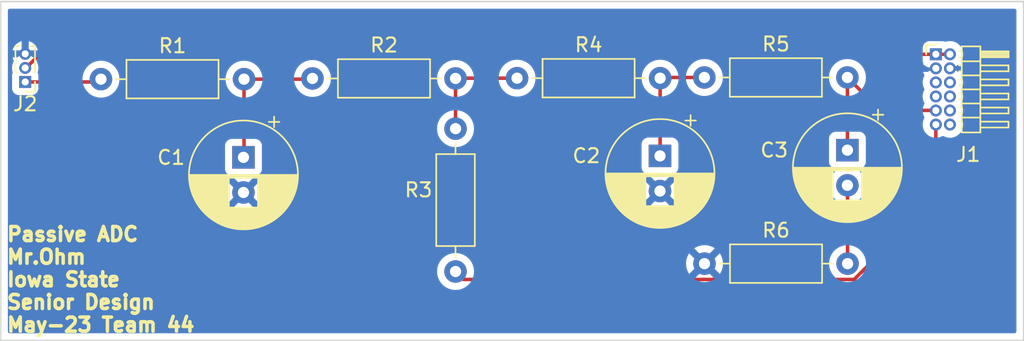
<source format=kicad_pcb>
(kicad_pcb (version 20211014) (generator pcbnew)
  (layers (0 "F.Cu" signal) (31 "B.Cu" signal) (34 "B.Paste" user) (35 "F.Paste" user) (36 "B.SilkS" user "B.Silkscreen") (37 "F.SilkS" user "F.Silkscreen") (38 "B.Mask" user) (39 "F.Mask" user) (44 "Edge.Cuts" user))
  (net 0 "")
  (net 1 "Net-(C1-Pad1)")
  (net 2 "GND")
  (net 3 "Net-(C2-Pad1)")
  (net 4 "/FPGA-OUT")
  (net 5 "Net-(C3-Pad2)")
  (net 6 "/3.3V")
  (net 12 "/FPGA-IN")
  (net 14 "/Sensor-IN")
  (net 15 "Net-(R2-Pad2)")
  (footprint "Capacitor_THT:CP_Radial_D7.5mm_P2.50mm" (layer "F.Cu") (at 151.66 76.808606 -90)
    (fp_text reference "C2" (at -0.008606 5.23 180) (layer "F.SilkS"))
    (fp_text value "470p")
    (fp_line (start 3.291 -3.249) (end 3.291 -1.04) (layer "F.SilkS") (width 0.12))
    (fp_line (start 3.131 -3.343) (end 3.131 -1.04) (layer "F.SilkS") (width 0.12))
    (fp_line (start 2.451 1.04) (end 2.451 3.64) (layer "F.SilkS") (width 0.12))
    (fp_line (start 2.491 1.04) (end 2.491 3.626) (layer "F.SilkS") (width 0.12))
    (fp_line (start 4.571 -1.949) (end 4.571 1.949) (layer "F.SilkS") (width 0.12))
    (fp_line (start 2.971 1.04) (end 2.971 3.427) (layer "F.SilkS") (width 0.12))
    (fp_line (start 2.251 -3.699) (end 2.251 -1.04) (layer "F.SilkS") (width 0.12))
    (fp_line (start 3.451 1.04) (end 3.451 3.144) (layer "F.SilkS") (width 0.12))
    (fp_line (start 5.011 -0.877) (end 5.011 0.877) (layer "F.SilkS") (width 0.12))
    (fp_line (start 4.651 -1.809) (end 4.651 1.809) (layer "F.SilkS") (width 0.12))
    (fp_line (start 3.291 1.04) (end 3.291 3.249) (layer "F.SilkS") (width 0.12))
    (fp_line (start 2.291 1.04) (end 2.291 3.688) (layer "F.SilkS") (width 0.12))
    (fp_line (start 2.771 -3.52) (end 2.771 -1.04) (layer "F.SilkS") (width 0.12))
    (fp_line (start 2.331 1.04) (end 2.331 3.677) (layer "F.SilkS") (width 0.12))
    (fp_line (start 2.651 1.04) (end 2.651 3.568) (layer "F.SilkS") (width 0.12))
    (fp_line (start 4.731 -1.654) (end 4.731 1.654) (layer "F.SilkS") (width 0.12))
    (fp_line (start 4.491 -2.077) (end 4.491 2.077) (layer "F.SilkS") (width 0.12))
    (fp_line (start 1.65 -3.81) (end 1.65 -1.04) (layer "F.SilkS") (width 0.12))
    (fp_line (start 1.49 -3.823) (end 1.49 -1.04) (layer "F.SilkS") (width 0.12))
    (fp_line (start 4.091 -2.589) (end 4.091 2.589) (layer "F.SilkS") (width 0.12))
    (fp_line (start 5.091 -0.441) (end 5.091 0.441) (layer "F.SilkS") (width 0.12))
    (fp_line (start 2.211 -3.71) (end 2.211 -1.04) (layer "F.SilkS") (width 0.12))
    (fp_line (start 1.37 -3.829) (end 1.37 3.829) (layer "F.SilkS") (width 0.12))
    (fp_line (start 2.051 1.04) (end 2.051 3.747) (layer "F.SilkS") (width 0.12))
    (fp_line (start 1.77 1.04) (end 1.77 3.795) (layer "F.SilkS") (width 0.12))
    (fp_line (start 4.051 -2.632) (end 4.051 2.632) (layer "F.SilkS") (width 0.12))
    (fp_line (start 3.051 -3.386) (end 3.051 -1.04) (layer "F.SilkS") (width 0.12))
    (fp_line (start 1.41 -3.827) (end 1.41 3.827) (layer "F.SilkS") (width 0.12))
    (fp_line (start 4.971 -1.028) (end 4.971 1.028) (layer "F.SilkS") (width 0.12))
    (fp_line (start 3.411 1.04) (end 3.411 3.172) (layer "F.SilkS") (width 0.12))
    (fp_line (start 4.851 -1.381) (end 4.851 1.381) (layer "F.SilkS") (width 0.12))
    (fp_line (start 4.211 -2.454) (end 4.211 2.454) (layer "F.SilkS") (width 0.12))
    (fp_line (start 1.971 -3.763) (end 1.971 -1.04) (layer "F.SilkS") (width 0.12))
    (fp_line (start 4.451 -2.137) (end 4.451 2.137) (layer "F.SilkS") (width 0.12))
    (fp_line (start 3.051 1.04) (end 3.051 3.386) (layer "F.SilkS") (width 0.12))
    (fp_line (start 2.691 1.04) (end 2.691 3.553) (layer "F.SilkS") (width 0.12))
    (fp_line (start 2.291 -3.688) (end 2.291 -1.04) (layer "F.SilkS") (width 0.12))
    (fp_line (start 2.931 -3.447) (end 2.931 -1.04) (layer "F.SilkS") (width 0.12))
    (fp_line (start 3.251 1.04) (end 3.251 3.274) (layer "F.SilkS") (width 0.12))
    (fp_line (start 1.25 -3.83) (end 1.25 3.83) (layer "F.SilkS") (width 0.12))
    (fp_line (start 1.89 1.04) (end 1.89 3.777) (layer "F.SilkS") (width 0.12))
    (fp_line (start 1.85 -3.784) (end 1.85 -1.04) (layer "F.SilkS") (width 0.12))
    (fp_line (start 2.371 1.04) (end 2.371 3.665) (layer "F.SilkS") (width 0.12))
    (fp_line (start 1.81 -3.79) (end 1.81 -1.04) (layer "F.SilkS") (width 0.12))
    (fp_line (start 4.931 -1.158) (end 4.931 1.158) (layer "F.SilkS") (width 0.12))
    (fp_line (start 1.73 -3.801) (end 1.73 -1.04) (layer "F.SilkS") (width 0.12))
    (fp_line (start 2.611 1.04) (end 2.611 3.584) (layer "F.SilkS") (width 0.12))
    (fp_line (start 2.091 -3.738) (end 2.091 -1.04) (layer "F.SilkS") (width 0.12))
    (fp_line (start 2.891 1.04) (end 2.891 3.466) (layer "F.SilkS") (width 0.12))
    (fp_line (start 4.891 -1.275) (end 4.891 1.275) (layer "F.SilkS") (width 0.12))
    (fp_line (start 4.371 -2.25) (end 4.371 2.25) (layer "F.SilkS") (width 0.12))
    (fp_line (start 1.45 -3.825) (end 1.45 3.825) (layer "F.SilkS") (width 0.12))
    (fp_line (start 4.771 -1.569) (end 4.771 1.569) (layer "F.SilkS") (width 0.12))
    (fp_line (start 2.171 -3.72) (end 2.171 -1.04) (layer "F.SilkS") (width 0.12))
    (fp_line (start 3.171 1.04) (end 3.171 3.321) (layer "F.SilkS") (width 0.12))
    (fp_line (start 3.851 -2.827) (end 3.851 2.827) (layer "F.SilkS") (width 0.12))
    (fp_line (start 1.65 1.04) (end 1.65 3.81) (layer "F.SilkS") (width 0.12))
    (fp_line (start 3.211 -3.297) (end 3.211 -1.04) (layer "F.SilkS") (width 0.12))
    (fp_line (start 4.531 -2.014) (end 4.531 2.014) (layer "F.SilkS") (width 0.12))
    (fp_line (start 4.251 -2.405) (end 4.251 2.405) (layer "F.SilkS") (width 0.12))
    (fp_line (start 2.131 1.04) (end 2.131 3.729) (layer "F.SilkS") (width 0.12))
    (fp_line (start 2.531 1.04) (end 2.531 3.613) (layer "F.SilkS") (width 0.12))
    (fp_line (start 3.211 1.04) (end 3.211 3.297) (layer "F.SilkS") (width 0.12))
    (fp_line (start 1.89 -3.777) (end 1.89 -1.04) (layer "F.SilkS") (width 0.12))
    (fp_line (start 2.371 -3.665) (end 2.371 -1.04) (layer "F.SilkS") (width 0.12))
    (fp_line (start 1.85 1.04) (end 1.85 3.784) (layer "F.SilkS") (width 0.12))
    (fp_line (start 2.851 1.04) (end 2.851 3.484) (layer "F.SilkS") (width 0.12))
    (fp_line (start 3.171 -3.321) (end 3.171 -1.04) (layer "F.SilkS") (width 0.12))
    (fp_line (start 2.251 1.04) (end 2.251 3.699) (layer "F.SilkS") (width 0.12))
    (fp_line (start 3.531 1.04) (end 3.531 3.088) (layer "F.SilkS") (width 0.12))
    (fp_line (start 2.851 -3.484) (end 2.851 -1.04) (layer "F.SilkS") (width 0.12))
    (fp_line (start 2.611 -3.584) (end 2.611 -1.04) (layer "F.SilkS") (width 0.12))
    (fp_line (start 1.53 1.04) (end 1.53 3.82) (layer "F.SilkS") (width 0.12))
    (fp_line (start 4.171 -2.5) (end 4.171 2.5) (layer "F.SilkS") (width 0.12))
    (fp_line (start 3.931 -2.752) (end 3.931 2.752) (layer "F.SilkS") (width 0.12))
    (fp_line (start 3.651 -2.996) (end 3.651 2.996) (layer "F.SilkS") (width 0.12))
    (fp_line (start 3.011 -3.407) (end 3.011 -1.04) (layer "F.SilkS") (width 0.12))
    (fp_line (start 3.691 -2.964) (end 3.691 2.964) (layer "F.SilkS") (width 0.12))
    (fp_line (start 1.33 -3.83) (end 1.33 3.83) (layer "F.SilkS") (width 0.12))
    (fp_line (start 4.411 -2.195) (end 4.411 2.195) (layer "F.SilkS") (width 0.12))
    (fp_line (start 2.411 -3.653) (end 2.411 -1.04) (layer "F.SilkS") (width 0.12))
    (fp_line (start 2.491 -3.626) (end 2.491 -1.04) (layer "F.SilkS") (width 0.12))
    (fp_line (start 1.57 -3.817) (end 1.57 -1.04) (layer "F.SilkS") (width 0.12))
    (fp_line (start 1.81 1.04) (end 1.81 3.79) (layer "F.SilkS") (width 0.12))
    (fp_line (start 2.011 1.04) (end 2.011 3.755) (layer "F.SilkS") (width 0.12))
    (fp_line (start 3.131 1.04) (end 3.131 3.343) (layer "F.SilkS") (width 0.12))
    (fp_line (start 1.49 1.04) (end 1.49 3.823) (layer "F.SilkS") (width 0.12))
    (fp_line (start 3.971 -2.713) (end 3.971 2.713) (layer "F.SilkS") (width 0.12))
    (fp_line (start 3.091 -3.365) (end 3.091 -1.04) (layer "F.SilkS") (width 0.12))
    (fp_line (start 2.731 -3.536) (end 2.731 -1.04) (layer "F.SilkS") (width 0.12))
    (fp_line (start 3.371 1.04) (end 3.371 3.198) (layer "F.SilkS") (width 0.12))
    (fp_line (start 3.811 -2.863) (end 3.811 2.863) (layer "F.SilkS") (width 0.12))
    (fp_line (start 1.53 -3.82) (end 1.53 -1.04) (layer "F.SilkS") (width 0.12))
    (fp_line (start 2.171 1.04) (end 2.171 3.72) (layer "F.SilkS") (width 0.12))
    (fp_line (start 4.331 -2.304) (end 4.331 2.304) (layer "F.SilkS") (width 0.12))
    (fp_line (start 3.331 -3.224) (end 3.331 -1.04) (layer "F.SilkS") (width 0.12))
    (fp_line (start 3.891 -2.79) (end 3.891 2.79) (layer "F.SilkS") (width 0.12))
    (fp_line (start 1.73 1.04) (end 1.73 3.801) (layer "F.SilkS") (width 0.12))
    (fp_line (start 3.531 -3.088) (end 3.531 -1.04) (layer "F.SilkS") (width 0.12))
    (fp_line (start 1.61 1.04) (end 1.61 3.814) (layer "F.SilkS") (width 0.12))
    (fp_line (start -2.517211 -2.55) (end -2.517211 -1.8) (layer "F.SilkS") (width 0.12))
    (fp_line (start 1.93 -3.77) (end 1.93 -1.04) (layer "F.SilkS") (width 0.12))
    (fp_line (start 2.811 1.04) (end 2.811 3.502) (layer "F.SilkS") (width 0.12))
    (fp_line (start 1.93 1.04) (end 1.93 3.77) (layer "F.SilkS") (width 0.12))
    (fp_line (start 2.451 -3.64) (end 2.451 -1.04) (layer "F.SilkS") (width 0.12))
    (fp_line (start 3.611 -3.028) (end 3.611 3.028) (layer "F.SilkS") (width 0.12))
    (fp_line (start 3.491 1.04) (end 3.491 3.116) (layer "F.SilkS") (width 0.12))
    (fp_line (start 2.771 1.04) (end 2.771 3.52) (layer "F.SilkS") (width 0.12))
    (fp_line (start 2.691 -3.553) (end 2.691 -1.04) (layer "F.SilkS") (width 0.12))
    (fp_line (start 2.211 1.04) (end 2.211 3.71) (layer "F.SilkS") (width 0.12))
    (fp_line (start -2.892211 -2.175) (end -2.142211 -2.175) (layer "F.SilkS") (width 0.12))
    (fp_line (start 2.731 1.04) (end 2.731 3.536) (layer "F.SilkS") (width 0.12))
    (fp_line (start 2.091 1.04) (end 2.091 3.738) (layer "F.SilkS") (width 0.12))
    (fp_line (start 3.571 -3.058) (end 3.571 3.058) (layer "F.SilkS") (width 0.12))
    (fp_line (start 3.411 -3.172) (end 3.411 -1.04) (layer "F.SilkS") (width 0.12))
    (fp_line (start 2.331 -3.677) (end 2.331 -1.04) (layer "F.SilkS") (width 0.12))
    (fp_line (start 2.891 -3.466) (end 2.891 -1.04) (layer "F.SilkS") (width 0.12))
    (fp_line (start 2.011 -3.755) (end 2.011 -1.04) (layer "F.SilkS") (width 0.12))
    (fp_line (start 1.69 -3.805) (end 1.69 -1.04) (layer "F.SilkS") (width 0.12))
    (fp_line (start 3.091 1.04) (end 3.091 3.365) (layer "F.SilkS") (width 0.12))
    (fp_line (start 3.451 -3.144) (end 3.451 -1.04) (layer "F.SilkS") (width 0.12))
    (fp_line (start 3.251 -3.274) (end 3.251 -1.04) (layer "F.SilkS") (width 0.12))
    (fp_line (start 1.57 1.04) (end 1.57 3.817) (layer "F.SilkS") (width 0.12))
    (fp_line (start 2.571 1.04) (end 2.571 3.598) (layer "F.SilkS") (width 0.12))
    (fp_line (start 4.611 -1.881) (end 4.611 1.881) (layer "F.SilkS") (width 0.12))
    (fp_line (start 4.131 -2.546) (end 4.131 2.546) (layer "F.SilkS") (width 0.12))
    (fp_line (start 4.011 -2.673) (end 4.011 2.673) (layer "F.SilkS") (width 0.12))
    (fp_line (start 4.691 -1.733) (end 4.691 1.733) (layer "F.SilkS") (width 0.12))
    (fp_line (start 2.971 -3.427) (end 2.971 -1.04) (layer "F.SilkS") (width 0.12))
    (fp_line (start 2.651 -3.568) (end 2.651 -1.04) (layer "F.SilkS") (width 0.12))
    (fp_line (start 3.491 -3.116) (end 3.491 -1.04) (layer "F.SilkS") (width 0.12))
    (fp_line (start 1.61 -3.814) (end 1.61 -1.04) (layer "F.SilkS") (width 0.12))
    (fp_line (start 1.77 -3.795) (end 1.77 -1.04) (layer "F.SilkS") (width 0.12))
    (fp_line (start 2.051 -3.747) (end 2.051 -1.04) (layer "F.SilkS") (width 0.12))
    (fp_line (start 4.291 -2.355) (end 4.291 2.355) (layer "F.SilkS") (width 0.12))
    (fp_line (start 3.371 -3.198) (end 3.371 -1.04) (layer "F.SilkS") (width 0.12))
    (fp_line (start 2.411 1.04) (end 2.411 3.653) (layer "F.SilkS") (width 0.12))
    (fp_line (start 3.011 1.04) (end 3.011 3.407) (layer "F.SilkS") (width 0.12))
    (fp_line (start 1.29 -3.83) (end 1.29 3.83) (layer "F.SilkS") (width 0.12))
    (fp_line (start 2.571 -3.598) (end 2.571 -1.04) (layer "F.SilkS") (width 0.12))
    (fp_line (start 4.811 -1.478) (end 4.811 1.478) (layer "F.SilkS") (width 0.12))
    (fp_line (start 5.051 -0.693) (end 5.051 0.693) (layer "F.SilkS") (width 0.12))
    (fp_line (start 2.531 -3.613) (end 2.531 -1.04) (layer "F.SilkS") (width 0.12))
    (fp_line (start 2.931 1.04) (end 2.931 3.447) (layer "F.SilkS") (width 0.12))
    (fp_line (start 3.771 -2.898) (end 3.771 2.898) (layer "F.SilkS") (width 0.12))
    (fp_line (start 1.69 1.04) (end 1.69 3.805) (layer "F.SilkS") (width 0.12))
    (fp_line (start 2.131 -3.729) (end 2.131 -1.04) (layer "F.SilkS") (width 0.12))
    (fp_line (start 1.971 1.04) (end 1.971 3.763) (layer "F.SilkS") (width 0.12))
    (fp_line (start 3.331 1.04) (end 3.331 3.224) (layer "F.SilkS") (width 0.12))
    (fp_line (start 3.731 -2.931) (end 3.731 2.931) (layer "F.SilkS") (width 0.12))
    (fp_line (start 2.811 -3.502) (end 2.811 -1.04) (layer "F.SilkS") (width 0.12))
    (fp_circle (center 1.25 0) (end 5.12 0) (layer "F.SilkS") (width 0.12) (fill none))
    (pad "1" thru_hole rect (at 0 0 270) (size 1.6 1.6) (drill 0.8) (layers *.Cu *.Mask) (net 3 "Net-(C2-Pad1)"))
    (pad "2" thru_hole circle (at 2.5 0 270) (size 1.6 1.6) (drill 0.8) (layers *.Cu *.Mask) (net 2 "GND"))
  )
  (footprint "Resistor_THT:R_Axial_DIN0207_L6.3mm_D2.5mm_P10.16mm_Horizontal" (layer "F.Cu") (at 154.81 71.23)
    (fp_text reference "R5" (at 5.08 -2.37) (layer "F.SilkS"))
    (fp_text value "56k")
    (fp_line (start 1.81 1.37) (end 8.35 1.37) (layer "F.SilkS") (width 0.12))
    (fp_line (start 8.35 -1.37) (end 1.81 -1.37) (layer "F.SilkS") (width 0.12))
    (fp_line (start 1.81 -1.37) (end 1.81 1.37) (layer "F.SilkS") (width 0.12))
    (fp_line (start 9.12 0) (end 8.35 0) (layer "F.SilkS") (width 0.12))
    (fp_line (start 1.04 0) (end 1.81 0) (layer "F.SilkS") (width 0.12))
    (fp_line (start 8.35 1.37) (end 8.35 -1.37) (layer "F.SilkS") (width 0.12))
    (pad "1" thru_hole circle (at 0 0) (size 1.6 1.6) (drill 0.8) (layers *.Cu *.Mask) (net 3 "Net-(C2-Pad1)"))
    (pad "2" thru_hole oval (at 10.16 0) (size 1.6 1.6) (drill 0.8) (layers *.Cu *.Mask) (net 4 "/FPGA-OUT"))
  )
  (footprint "Capacitor_THT:CP_Radial_D7.5mm_P2.50mm" (layer "F.Cu") (at 164.97 76.398606 -90)
    (fp_text reference "C3" (at 0.001394 5.2 180) (layer "F.SilkS"))
    (fp_text value "68p")
    (fp_line (start 2.651 1.04) (end 2.651 3.568) (layer "F.SilkS") (width 0.12))
    (fp_line (start 1.69 1.04) (end 1.69 3.805) (layer "F.SilkS") (width 0.12))
    (fp_line (start 4.091 -2.589) (end 4.091 2.589) (layer "F.SilkS") (width 0.12))
    (fp_line (start 2.771 1.04) (end 2.771 3.52) (layer "F.SilkS") (width 0.12))
    (fp_line (start 2.331 -3.677) (end 2.331 -1.04) (layer "F.SilkS") (width 0.12))
    (fp_line (start 1.49 -3.823) (end 1.49 -1.04) (layer "F.SilkS") (width 0.12))
    (fp_line (start 2.251 1.04) (end 2.251 3.699) (layer "F.SilkS") (width 0.12))
    (fp_line (start 3.051 1.04) (end 3.051 3.386) (layer "F.SilkS") (width 0.12))
    (fp_line (start 3.491 -3.116) (end 3.491 -1.04) (layer "F.SilkS") (width 0.12))
    (fp_line (start 3.011 -3.407) (end 3.011 -1.04) (layer "F.SilkS") (width 0.12))
    (fp_line (start 3.171 1.04) (end 3.171 3.321) (layer "F.SilkS") (width 0.12))
    (fp_line (start 1.61 1.04) (end 1.61 3.814) (layer "F.SilkS") (width 0.12))
    (fp_line (start 2.731 1.04) (end 2.731 3.536) (layer "F.SilkS") (width 0.12))
    (fp_line (start 2.531 -3.613) (end 2.531 -1.04) (layer "F.SilkS") (width 0.12))
    (fp_line (start 4.971 -1.028) (end 4.971 1.028) (layer "F.SilkS") (width 0.12))
    (fp_line (start 4.611 -1.881) (end 4.611 1.881) (layer "F.SilkS") (width 0.12))
    (fp_line (start 2.851 -3.484) (end 2.851 -1.04) (layer "F.SilkS") (width 0.12))
    (fp_line (start -2.517211 -2.55) (end -2.517211 -1.8) (layer "F.SilkS") (width 0.12))
    (fp_line (start 5.051 -0.693) (end 5.051 0.693) (layer "F.SilkS") (width 0.12))
    (fp_line (start 3.371 -3.198) (end 3.371 -1.04) (layer "F.SilkS") (width 0.12))
    (fp_line (start 3.291 1.04) (end 3.291 3.249) (layer "F.SilkS") (width 0.12))
    (fp_line (start 2.851 1.04) (end 2.851 3.484) (layer "F.SilkS") (width 0.12))
    (fp_line (start 1.29 -3.83) (end 1.29 3.83) (layer "F.SilkS") (width 0.12))
    (fp_line (start 2.051 1.04) (end 2.051 3.747) (layer "F.SilkS") (width 0.12))
    (fp_line (start 2.291 -3.688) (end 2.291 -1.04) (layer "F.SilkS") (width 0.12))
    (fp_line (start 4.211 -2.454) (end 4.211 2.454) (layer "F.SilkS") (width 0.12))
    (fp_line (start 2.651 -3.568) (end 2.651 -1.04) (layer "F.SilkS") (width 0.12))
    (fp_line (start 2.331 1.04) (end 2.331 3.677) (layer "F.SilkS") (width 0.12))
    (fp_line (start 2.451 -3.64) (end 2.451 -1.04) (layer "F.SilkS") (width 0.12))
    (fp_line (start 3.131 1.04) (end 3.131 3.343) (layer "F.SilkS") (width 0.12))
    (fp_line (start 4.051 -2.632) (end 4.051 2.632) (layer "F.SilkS") (width 0.12))
    (fp_line (start 2.131 1.04) (end 2.131 3.729) (layer "F.SilkS") (width 0.12))
    (fp_line (start 4.891 -1.275) (end 4.891 1.275) (layer "F.SilkS") (width 0.12))
    (fp_line (start 3.651 -2.996) (end 3.651 2.996) (layer "F.SilkS") (width 0.12))
    (fp_line (start 3.331 -3.224) (end 3.331 -1.04) (layer "F.SilkS") (width 0.12))
    (fp_line (start 3.371 1.04) (end 3.371 3.198) (layer "F.SilkS") (width 0.12))
    (fp_line (start 3.731 -2.931) (end 3.731 2.931) (layer "F.SilkS") (width 0.12))
    (fp_line (start 1.49 1.04) (end 1.49 3.823) (layer "F.SilkS") (width 0.12))
    (fp_line (start 1.85 1.04) (end 1.85 3.784) (layer "F.SilkS") (width 0.12))
    (fp_line (start 1.81 -3.79) (end 1.81 -1.04) (layer "F.SilkS") (width 0.12))
    (fp_line (start 2.731 -3.536) (end 2.731 -1.04) (layer "F.SilkS") (width 0.12))
    (fp_line (start 2.891 1.04) (end 2.891 3.466) (layer "F.SilkS") (width 0.12))
    (fp_line (start 4.451 -2.137) (end 4.451 2.137) (layer "F.SilkS") (width 0.12))
    (fp_line (start 2.131 -3.729) (end 2.131 -1.04) (layer "F.SilkS") (width 0.12))
    (fp_line (start 4.731 -1.654) (end 4.731 1.654) (layer "F.SilkS") (width 0.12))
    (fp_line (start 2.531 1.04) (end 2.531 3.613) (layer "F.SilkS") (width 0.12))
    (fp_line (start 3.851 -2.827) (end 3.851 2.827) (layer "F.SilkS") (width 0.12))
    (fp_line (start 2.491 1.04) (end 2.491 3.626) (layer "F.SilkS") (width 0.12))
    (fp_line (start 4.131 -2.546) (end 4.131 2.546) (layer "F.SilkS") (width 0.12))
    (fp_line (start 1.65 1.04) (end 1.65 3.81) (layer "F.SilkS") (width 0.12))
    (fp_line (start 4.251 -2.405) (end 4.251 2.405) (layer "F.SilkS") (width 0.12))
    (fp_line (start 4.811 -1.478) (end 4.811 1.478) (layer "F.SilkS") (width 0.12))
    (fp_line (start 3.251 -3.274) (end 3.251 -1.04) (layer "F.SilkS") (width 0.12))
    (fp_line (start 1.65 -3.81) (end 1.65 -1.04) (layer "F.SilkS") (width 0.12))
    (fp_line (start 2.451 1.04) (end 2.451 3.64) (layer "F.SilkS") (width 0.12))
    (fp_line (start 1.77 -3.795) (end 1.77 -1.04) (layer "F.SilkS") (width 0.12))
    (fp_line (start 2.691 1.04) (end 2.691 3.553) (layer "F.SilkS") (width 0.12))
    (fp_line (start 4.931 -1.158) (end 4.931 1.158) (layer "F.SilkS") (width 0.12))
    (fp_line (start 2.611 -3.584) (end 2.611 -1.04) (layer "F.SilkS") (width 0.12))
    (fp_line (start 3.331 1.04) (end 3.331 3.224) (layer "F.SilkS") (width 0.12))
    (fp_line (start 2.171 1.04) (end 2.171 3.72) (layer "F.SilkS") (width 0.12))
    (fp_line (start 1.77 1.04) (end 1.77 3.795) (layer "F.SilkS") (width 0.12))
    (fp_line (start 2.251 -3.699) (end 2.251 -1.04) (layer "F.SilkS") (width 0.12))
    (fp_line (start 3.011 1.04) (end 3.011 3.407) (layer "F.SilkS") (width 0.12))
    (fp_line (start 3.531 1.04) (end 3.531 3.088) (layer "F.SilkS") (width 0.12))
    (fp_line (start 3.411 1.04) (end 3.411 3.172) (layer "F.SilkS") (width 0.12))
    (fp_line (start 4.531 -2.014) (end 4.531 2.014) (layer "F.SilkS") (width 0.12))
    (fp_line (start 3.211 -3.297) (end 3.211 -1.04) (layer "F.SilkS") (width 0.12))
    (fp_line (start 5.011 -0.877) (end 5.011 0.877) (layer "F.SilkS") (width 0.12))
    (fp_line (start 4.411 -2.195) (end 4.411 2.195) (layer "F.SilkS") (width 0.12))
    (fp_line (start 4.171 -2.5) (end 4.171 2.5) (layer "F.SilkS") (width 0.12))
    (fp_line (start 3.171 -3.321) (end 3.171 -1.04) (layer "F.SilkS") (width 0.12))
    (fp_line (start 1.89 1.04) (end 1.89 3.777) (layer "F.SilkS") (width 0.12))
    (fp_line (start 1.85 -3.784) (end 1.85 -1.04) (layer "F.SilkS") (width 0.12))
    (fp_line (start 1.89 -3.777) (end 1.89 -1.04) (layer "F.SilkS") (width 0.12))
    (fp_line (start 3.451 1.04) (end 3.451 3.144) (layer "F.SilkS") (width 0.12))
    (fp_line (start 2.931 -3.447) (end 2.931 -1.04) (layer "F.SilkS") (width 0.12))
    (fp_line (start 4.571 -1.949) (end 4.571 1.949) (layer "F.SilkS") (width 0.12))
    (fp_line (start 1.93 -3.77) (end 1.93 -1.04) (layer "F.SilkS") (width 0.12))
    (fp_line (start 2.171 -3.72) (end 2.171 -1.04) (layer "F.SilkS") (width 0.12))
    (fp_line (start 1.37 -3.829) (end 1.37 3.829) (layer "F.SilkS") (width 0.12))
    (fp_line (start 1.45 -3.825) (end 1.45 3.825) (layer "F.SilkS") (width 0.12))
    (fp_line (start 2.211 1.04) (end 2.211 3.71) (layer "F.SilkS") (width 0.12))
    (fp_line (start 5.091 -0.441) (end 5.091 0.441) (layer "F.SilkS") (width 0.12))
    (fp_line (start 3.091 -3.365) (end 3.091 -1.04) (layer "F.SilkS") (width 0.12))
    (fp_line (start 2.371 1.04) (end 2.371 3.665) (layer "F.SilkS") (width 0.12))
    (fp_line (start 1.33 -3.83) (end 1.33 3.83) (layer "F.SilkS") (width 0.12))
    (fp_line (start 4.011 -2.673) (end 4.011 2.673) (layer "F.SilkS") (width 0.12))
    (fp_line (start 1.73 1.04) (end 1.73 3.801) (layer "F.SilkS") (width 0.12))
    (fp_line (start 2.811 -3.502) (end 2.811 -1.04) (layer "F.SilkS") (width 0.12))
    (fp_line (start 2.691 -3.553) (end 2.691 -1.04) (layer "F.SilkS") (width 0.12))
    (fp_line (start 3.451 -3.144) (end 3.451 -1.04) (layer "F.SilkS") (width 0.12))
    (fp_line (start 2.051 -3.747) (end 2.051 -1.04) (layer "F.SilkS") (width 0.12))
    (fp_line (start 3.091 1.04) (end 3.091 3.365) (layer "F.SilkS") (width 0.12))
    (fp_line (start 4.851 -1.381) (end 4.851 1.381) (layer "F.SilkS") (width 0.12))
    (fp_line (start 3.491 1.04) (end 3.491 3.116) (layer "F.SilkS") (width 0.12))
    (fp_line (start 1.57 -3.817) (end 1.57 -1.04) (layer "F.SilkS") (width 0.12))
    (fp_line (start 1.53 -3.82) (end 1.53 -1.04) (layer "F.SilkS") (width 0.12))
    (fp_line (start 1.57 1.04) (end 1.57 3.817) (layer "F.SilkS") (width 0.12))
    (fp_line (start 4.291 -2.355) (end 4.291 2.355) (layer "F.SilkS") (width 0.12))
    (fp_line (start 1.73 -3.801) (end 1.73 -1.04) (layer "F.SilkS") (width 0.12))
    (fp_line (start 2.011 -3.755) (end 2.011 -1.04) (layer "F.SilkS") (width 0.12))
    (fp_line (start 3.211 1.04) (end 3.211 3.297) (layer "F.SilkS") (width 0.12))
    (fp_line (start 3.691 -2.964) (end 3.691 2.964) (layer "F.SilkS") (width 0.12))
    (fp_line (start 4.371 -2.25) (end 4.371 2.25) (layer "F.SilkS") (width 0.12))
    (fp_line (start 1.69 -3.805) (end 1.69 -1.04) (layer "F.SilkS") (width 0.12))
    (fp_line (start 3.531 -3.088) (end 3.531 -1.04) (layer "F.SilkS") (width 0.12))
    (fp_line (start 2.931 1.04) (end 2.931 3.447) (layer "F.SilkS") (width 0.12))
    (fp_line (start 1.61 -3.814) (end 1.61 -1.04) (layer "F.SilkS") (width 0.12))
    (fp_line (start 3.411 -3.172) (end 3.411 -1.04) (layer "F.SilkS") (width 0.12))
    (fp_line (start 3.771 -2.898) (end 3.771 2.898) (layer "F.SilkS") (width 0.12))
    (fp_line (start 2.011 1.04) (end 2.011 3.755) (layer "F.SilkS") (width 0.12))
    (fp_line (start 2.971 1.04) (end 2.971 3.427) (layer "F.SilkS") (width 0.12))
    (fp_line (start 3.611 -3.028) (end 3.611 3.028) (layer "F.SilkS") (width 0.12))
    (fp_line (start 1.81 1.04) (end 1.81 3.79) (layer "F.SilkS") (width 0.12))
    (fp_line (start 2.771 -3.52) (end 2.771 -1.04) (layer "F.SilkS") (width 0.12))
    (fp_line (start 3.891 -2.79) (end 3.891 2.79) (layer "F.SilkS") (width 0.12))
    (fp_line (start 1.93 1.04) (end 1.93 3.77) (layer "F.SilkS") (width 0.12))
    (fp_line (start 2.571 1.04) (end 2.571 3.598) (layer "F.SilkS") (width 0.12))
    (fp_line (start 3.811 -2.863) (end 3.811 2.863) (layer "F.SilkS") (width 0.12))
    (fp_line (start 2.811 1.04) (end 2.811 3.502) (layer "F.SilkS") (width 0.12))
    (fp_line (start 3.291 -3.249) (end 3.291 -1.04) (layer "F.SilkS") (width 0.12))
    (fp_line (start 2.611 1.04) (end 2.611 3.584) (layer "F.SilkS") (width 0.12))
    (fp_line (start 4.651 -1.809) (end 4.651 1.809) (layer "F.SilkS") (width 0.12))
    (fp_line (start 3.931 -2.752) (end 3.931 2.752) (layer "F.SilkS") (width 0.12))
    (fp_line (start 3.131 -3.343) (end 3.131 -1.04) (layer "F.SilkS") (width 0.12))
    (fp_line (start 2.971 -3.427) (end 2.971 -1.04) (layer "F.SilkS") (width 0.12))
    (fp_line (start 3.051 -3.386) (end 3.051 -1.04) (layer "F.SilkS") (width 0.12))
    (fp_line (start 2.091 1.04) (end 2.091 3.738) (layer "F.SilkS") (width 0.12))
    (fp_line (start 2.411 -3.653) (end 2.411 -1.04) (layer "F.SilkS") (width 0.12))
    (fp_line (start 4.491 -2.077) (end 4.491 2.077) (layer "F.SilkS") (width 0.12))
    (fp_line (start -2.892211 -2.175) (end -2.142211 -2.175) (layer "F.SilkS") (width 0.12))
    (fp_line (start 2.371 -3.665) (end 2.371 -1.04) (layer "F.SilkS") (width 0.12))
    (fp_line (start 2.411 1.04) (end 2.411 3.653) (layer "F.SilkS") (width 0.12))
    (fp_line (start 1.971 -3.763) (end 1.971 -1.04) (layer "F.SilkS") (width 0.12))
    (fp_line (start 3.971 -2.713) (end 3.971 2.713) (layer "F.SilkS") (width 0.12))
    (fp_line (start 1.25 -3.83) (end 1.25 3.83) (layer "F.SilkS") (width 0.12))
    (fp_line (start 2.571 -3.598) (end 2.571 -1.04) (layer "F.SilkS") (width 0.12))
    (fp_line (start 4.331 -2.304) (end 4.331 2.304) (layer "F.SilkS") (width 0.12))
    (fp_line (start 2.211 -3.71) (end 2.211 -1.04) (layer "F.SilkS") (width 0.12))
    (fp_line (start 1.41 -3.827) (end 1.41 3.827) (layer "F.SilkS") (width 0.12))
    (fp_line (start 2.291 1.04) (end 2.291 3.688) (layer "F.SilkS") (width 0.12))
    (fp_line (start 2.891 -3.466) (end 2.891 -1.04) (layer "F.SilkS") (width 0.12))
    (fp_line (start 1.53 1.04) (end 1.53 3.82) (layer "F.SilkS") (width 0.12))
    (fp_line (start 4.771 -1.569) (end 4.771 1.569) (layer "F.SilkS") (width 0.12))
    (fp_line (start 2.091 -3.738) (end 2.091 -1.04) (layer "F.SilkS") (width 0.12))
    (fp_line (start 3.251 1.04) (end 3.251 3.274) (layer "F.SilkS") (width 0.12))
    (fp_line (start 2.491 -3.626) (end 2.491 -1.04) (layer "F.SilkS") (width 0.12))
    (fp_line (start 3.571 -3.058) (end 3.571 3.058) (layer "F.SilkS") (width 0.12))
    (fp_line (start 1.971 1.04) (end 1.971 3.763) (layer "F.SilkS") (width 0.12))
    (fp_line (start 4.691 -1.733) (end 4.691 1.733) (layer "F.SilkS") (width 0.12))
    (fp_circle (center 1.25 0) (end 5.12 0) (layer "F.SilkS") (width 0.12) (fill none))
    (pad "1" thru_hole rect (at 0 0 270) (size 1.6 1.6) (drill 0.8) (layers *.Cu *.Mask) (net 4 "/FPGA-OUT"))
    (pad "2" thru_hole circle (at 2.5 0 270) (size 1.6 1.6) (drill 0.8) (layers *.Cu *.Mask) (net 5 "Net-(C3-Pad2)"))
  )
  (footprint "Resistor_THT:R_Axial_DIN0207_L6.3mm_D2.5mm_P10.16mm_Horizontal" (layer "F.Cu") (at 154.82 84.47)
    (fp_text reference "R6" (at 5.08 -2.37) (layer "F.SilkS"))
    (fp_text value "110")
    (fp_line (start 1.81 1.37) (end 8.35 1.37) (layer "F.SilkS") (width 0.12))
    (fp_line (start 9.12 0) (end 8.35 0) (layer "F.SilkS") (width 0.12))
    (fp_line (start 8.35 -1.37) (end 1.81 -1.37) (layer "F.SilkS") (width 0.12))
    (fp_line (start 8.35 1.37) (end 8.35 -1.37) (layer "F.SilkS") (width 0.12))
    (fp_line (start 1.04 0) (end 1.81 0) (layer "F.SilkS") (width 0.12))
    (fp_line (start 1.81 -1.37) (end 1.81 1.37) (layer "F.SilkS") (width 0.12))
    (pad "1" thru_hole circle (at 0 0) (size 1.6 1.6) (drill 0.8) (layers *.Cu *.Mask) (net 2 "GND"))
    (pad "2" thru_hole oval (at 10.16 0) (size 1.6 1.6) (drill 0.8) (layers *.Cu *.Mask) (net 5 "Net-(C3-Pad2)"))
  )
  (footprint "Resistor_THT:R_Axial_DIN0207_L6.3mm_D2.5mm_P10.16mm_Horizontal" (layer "F.Cu") (at 126.98 71.3)
    (fp_text reference "R2" (at 5.08 -2.37) (layer "F.SilkS"))
    (fp_text value "36k")
    (fp_line (start 1.04 0) (end 1.81 0) (layer "F.SilkS") (width 0.12))
    (fp_line (start 8.35 1.37) (end 8.35 -1.37) (layer "F.SilkS") (width 0.12))
    (fp_line (start 1.81 -1.37) (end 1.81 1.37) (layer "F.SilkS") (width 0.12))
    (fp_line (start 1.81 1.37) (end 8.35 1.37) (layer "F.SilkS") (width 0.12))
    (fp_line (start 8.35 -1.37) (end 1.81 -1.37) (layer "F.SilkS") (width 0.12))
    (fp_line (start 9.12 0) (end 8.35 0) (layer "F.SilkS") (width 0.12))
    (pad "1" thru_hole circle (at 0 0) (size 1.6 1.6) (drill 0.8) (layers *.Cu *.Mask) (net 1 "Net-(C1-Pad1)"))
    (pad "2" thru_hole oval (at 10.16 0) (size 1.6 1.6) (drill 0.8) (layers *.Cu *.Mask) (net 15 "Net-(R2-Pad2)"))
  )
  (footprint "Resistor_THT:R_Axial_DIN0207_L6.3mm_D2.5mm_P10.16mm_Horizontal" (layer "F.Cu") (at 141.51 71.28)
    (fp_text reference "R4" (at 5.08 -2.37) (layer "F.SilkS"))
    (fp_text value "18k")
    (fp_line (start 1.81 1.37) (end 8.35 1.37) (layer "F.SilkS") (width 0.12))
    (fp_line (start 8.35 1.37) (end 8.35 -1.37) (layer "F.SilkS") (width 0.12))
    (fp_line (start 8.35 -1.37) (end 1.81 -1.37) (layer "F.SilkS") (width 0.12))
    (fp_line (start 1.04 0) (end 1.81 0) (layer "F.SilkS") (width 0.12))
    (fp_line (start 9.12 0) (end 8.35 0) (layer "F.SilkS") (width 0.12))
    (fp_line (start 1.81 -1.37) (end 1.81 1.37) (layer "F.SilkS") (width 0.12))
    (pad "1" thru_hole circle (at 0 0) (size 1.6 1.6) (drill 0.8) (layers *.Cu *.Mask) (net 15 "Net-(R2-Pad2)"))
    (pad "2" thru_hole oval (at 10.16 0) (size 1.6 1.6) (drill 0.8) (layers *.Cu *.Mask) (net 3 "Net-(C2-Pad1)"))
  )
  (footprint "Connector_PinHeader_1.00mm:PinHeader_1x03_P1.00mm_Vertical" (layer "F.Cu") (at 106.58 71.55 180)
    (fp_text reference "J2" (at 0 -1.56 180) (layer "F.SilkS"))
    (fp_text value "ADC Terminal")
    (fp_line (start -0.695 2.56) (end -0.394493 2.56) (layer "F.SilkS") (width 0.12))
    (fp_line (start -0.695 0.685) (end -0.695 2.56) (layer "F.SilkS") (width 0.12))
    (fp_line (start -0.695 0.685) (end -0.608276 0.685) (layer "F.SilkS") (width 0.12))
    (fp_line (start -0.695 0) (end -0.695 -0.685) (layer "F.SilkS") (width 0.12))
    (fp_line (start 0.695 0.685) (end 0.695 2.56) (layer "F.SilkS") (width 0.12))
    (fp_line (start 0.608276 0.685) (end 0.695 0.685) (layer "F.SilkS") (width 0.12))
    (fp_line (start 0.394493 2.56) (end 0.695 2.56) (layer "F.SilkS") (width 0.12))
    (fp_line (start -0.695 -0.685) (end 0 -0.685) (layer "F.SilkS") (width 0.12))
    (pad "1" thru_hole rect (at 0 0 180) (size 0.85 0.85) (drill 0.5) (layers *.Cu *.Mask) (net 14 "/Sensor-IN"))
    (pad "2" thru_hole oval (at 0 1 180) (size 0.85 0.85) (drill 0.5) (layers *.Cu *.Mask) (net 6 "/3.3V"))
    (pad "3" thru_hole oval (at 0 2 180) (size 0.85 0.85) (drill 0.5) (layers *.Cu *.Mask) (net 2 "GND"))
  )
  (footprint "Resistor_THT:R_Axial_DIN0207_L6.3mm_D2.5mm_P10.16mm_Horizontal" (layer "F.Cu") (at 137.14 85.03 90)
    (fp_text reference "R3" (at 5.8 -2.63 180) (layer "F.SilkS"))
    (fp_text value "18k")
    (fp_line (start 1.04 0) (end 1.81 0) (layer "F.SilkS") (width 0.12))
    (fp_line (start 8.35 -1.37) (end 1.81 -1.37) (layer "F.SilkS") (width 0.12))
    (fp_line (start 9.12 0) (end 8.35 0) (layer "F.SilkS") (width 0.12))
    (fp_line (start 1.81 -1.37) (end 1.81 1.37) (layer "F.SilkS") (width 0.12))
    (fp_line (start 8.35 1.37) (end 8.35 -1.37) (layer "F.SilkS") (width 0.12))
    (fp_line (start 1.81 1.37) (end 8.35 1.37) (layer "F.SilkS") (width 0.12))
    (pad "1" thru_hole circle (at 0 0 90) (size 1.6 1.6) (drill 0.8) (layers *.Cu *.Mask) (net 12 "/FPGA-IN"))
    (pad "2" thru_hole oval (at 10.16 0 90) (size 1.6 1.6) (drill 0.8) (layers *.Cu *.Mask) (net 15 "Net-(R2-Pad2)"))
  )
  (footprint "Capacitor_THT:CP_Radial_D7.5mm_P2.50mm" (layer "F.Cu") (at 122.08 76.91 -90)
    (fp_text reference "C1" (at 0.01 5.14 180) (layer "F.SilkS"))
    (fp_text value ".1u")
    (fp_line (start 4.331 -2.304) (end 4.331 2.304) (layer "F.SilkS") (width 0.12))
    (fp_line (start 2.251 -3.699) (end 2.251 -1.04) (layer "F.SilkS") (width 0.12))
    (fp_line (start 1.65 1.04) (end 1.65 3.81) (layer "F.SilkS") (width 0.12))
    (fp_line (start 1.93 -3.77) (end 1.93 -1.04) (layer "F.SilkS") (width 0.12))
    (fp_line (start 4.771 -1.569) (end 4.771 1.569) (layer "F.SilkS") (width 0.12))
    (fp_line (start -2.517211 -2.55) (end -2.517211 -1.8) (layer "F.SilkS") (width 0.12))
    (fp_line (start 2.651 1.04) (end 2.651 3.568) (layer "F.SilkS") (width 0.12))
    (fp_line (start 1.61 -3.814) (end 1.61 -1.04) (layer "F.SilkS") (width 0.12))
    (fp_line (start 3.331 1.04) (end 3.331 3.224) (layer "F.SilkS") (width 0.12))
    (fp_line (start 2.531 -3.613) (end 2.531 -1.04) (layer "F.SilkS") (width 0.12))
    (fp_line (start 3.131 1.04) (end 3.131 3.343) (layer "F.SilkS") (width 0.12))
    (fp_line (start 3.491 1.04) (end 3.491 3.116) (layer "F.SilkS") (width 0.12))
    (fp_line (start 1.65 -3.81) (end 1.65 -1.04) (layer "F.SilkS") (width 0.12))
    (fp_line (start 1.77 -3.795) (end 1.77 -1.04) (layer "F.SilkS") (width 0.12))
    (fp_line (start 2.411 1.04) (end 2.411 3.653) (layer "F.SilkS") (width 0.12))
    (fp_line (start 4.451 -2.137) (end 4.451 2.137) (layer "F.SilkS") (width 0.12))
    (fp_line (start 2.851 -3.484) (end 2.851 -1.04) (layer "F.SilkS") (width 0.12))
    (fp_line (start 2.731 1.04) (end 2.731 3.536) (layer "F.SilkS") (width 0.12))
    (fp_line (start 1.45 -3.825) (end 1.45 3.825) (layer "F.SilkS") (width 0.12))
    (fp_line (start 3.171 -3.321) (end 3.171 -1.04) (layer "F.SilkS") (width 0.12))
    (fp_line (start 3.211 -3.297) (end 3.211 -1.04) (layer "F.SilkS") (width 0.12))
    (fp_line (start 3.531 -3.088) (end 3.531 -1.04) (layer "F.SilkS") (width 0.12))
    (fp_line (start 4.371 -2.25) (end 4.371 2.25) (layer "F.SilkS") (width 0.12))
    (fp_line (start 2.931 1.04) (end 2.931 3.447) (layer "F.SilkS") (width 0.12))
    (fp_line (start 2.371 -3.665) (end 2.371 -1.04) (layer "F.SilkS") (width 0.12))
    (fp_line (start 1.69 1.04) (end 1.69 3.805) (layer "F.SilkS") (width 0.12))
    (fp_line (start 1.33 -3.83) (end 1.33 3.83) (layer "F.SilkS") (width 0.12))
    (fp_line (start 4.291 -2.355) (end 4.291 2.355) (layer "F.SilkS") (width 0.12))
    (fp_line (start 1.971 1.04) (end 1.971 3.763) (layer "F.SilkS") (width 0.12))
    (fp_line (start 3.091 -3.365) (end 3.091 -1.04) (layer "F.SilkS") (width 0.12))
    (fp_line (start 1.53 -3.82) (end 1.53 -1.04) (layer "F.SilkS") (width 0.12))
    (fp_line (start 5.051 -0.693) (end 5.051 0.693) (layer "F.SilkS") (width 0.12))
    (fp_line (start 2.211 1.04) (end 2.211 3.71) (layer "F.SilkS") (width 0.12))
    (fp_line (start 1.69 -3.805) (end 1.69 -1.04) (layer "F.SilkS") (width 0.12))
    (fp_line (start 4.731 -1.654) (end 4.731 1.654) (layer "F.SilkS") (width 0.12))
    (fp_line (start 1.41 -3.827) (end 1.41 3.827) (layer "F.SilkS") (width 0.12))
    (fp_line (start 1.61 1.04) (end 1.61 3.814) (layer "F.SilkS") (width 0.12))
    (fp_line (start 2.571 1.04) (end 2.571 3.598) (layer "F.SilkS") (width 0.12))
    (fp_line (start 1.57 1.04) (end 1.57 3.817) (layer "F.SilkS") (width 0.12))
    (fp_line (start 2.851 1.04) (end 2.851 3.484) (layer "F.SilkS") (width 0.12))
    (fp_line (start 3.971 -2.713) (end 3.971 2.713) (layer "F.SilkS") (width 0.12))
    (fp_line (start 2.411 -3.653) (end 2.411 -1.04) (layer "F.SilkS") (width 0.12))
    (fp_line (start 2.611 1.04) (end 2.611 3.584) (layer "F.SilkS") (width 0.12))
    (fp_line (start 2.891 1.04) (end 2.891 3.466) (layer "F.SilkS") (width 0.12))
    (fp_line (start 3.211 1.04) (end 3.211 3.297) (layer "F.SilkS") (width 0.12))
    (fp_line (start 3.171 1.04) (end 3.171 3.321) (layer "F.SilkS") (width 0.12))
    (fp_line (start 3.451 1.04) (end 3.451 3.144) (layer "F.SilkS") (width 0.12))
    (fp_line (start 1.85 1.04) (end 1.85 3.784) (layer "F.SilkS") (width 0.12))
    (fp_line (start 3.291 -3.249) (end 3.291 -1.04) (layer "F.SilkS") (width 0.12))
    (fp_line (start 4.051 -2.632) (end 4.051 2.632) (layer "F.SilkS") (width 0.12))
    (fp_line (start 3.851 -2.827) (end 3.851 2.827) (layer "F.SilkS") (width 0.12))
    (fp_line (start 4.691 -1.733) (end 4.691 1.733) (layer "F.SilkS") (width 0.12))
    (fp_line (start 3.091 1.04) (end 3.091 3.365) (layer "F.SilkS") (width 0.12))
    (fp_line (start 3.771 -2.898) (end 3.771 2.898) (layer "F.SilkS") (width 0.12))
    (fp_line (start 3.251 -3.274) (end 3.251 -1.04) (layer "F.SilkS") (width 0.12))
    (fp_line (start 4.011 -2.673) (end 4.011 2.673) (layer "F.SilkS") (width 0.12))
    (fp_line (start 4.131 -2.546) (end 4.131 2.546) (layer "F.SilkS") (width 0.12))
    (fp_line (start 2.651 -3.568) (end 2.651 -1.04) (layer "F.SilkS") (width 0.12))
    (fp_line (start 3.291 1.04) (end 3.291 3.249) (layer "F.SilkS") (width 0.12))
    (fp_line (start 4.851 -1.381) (end 4.851 1.381) (layer "F.SilkS") (width 0.12))
    (fp_line (start 1.81 -3.79) (end 1.81 -1.04) (layer "F.SilkS") (width 0.12))
    (fp_line (start 4.811 -1.478) (end 4.811 1.478) (layer "F.SilkS") (width 0.12))
    (fp_line (start 2.611 -3.584) (end 2.611 -1.04) (layer "F.SilkS") (width 0.12))
    (fp_line (start 3.811 -2.863) (end 3.811 2.863) (layer "F.SilkS") (width 0.12))
    (fp_line (start 3.931 -2.752) (end 3.931 2.752) (layer "F.SilkS") (width 0.12))
    (fp_line (start 2.171 -3.72) (end 2.171 -1.04) (layer "F.SilkS") (width 0.12))
    (fp_line (start 2.011 -3.755) (end 2.011 -1.04) (layer "F.SilkS") (width 0.12))
    (fp_line (start 3.451 -3.144) (end 3.451 -1.04) (layer "F.SilkS") (width 0.12))
    (fp_line (start 2.291 -3.688) (end 2.291 -1.04) (layer "F.SilkS") (width 0.12))
    (fp_line (start 3.331 -3.224) (end 3.331 -1.04) (layer "F.SilkS") (width 0.12))
    (fp_line (start 4.531 -2.014) (end 4.531 2.014) (layer "F.SilkS") (width 0.12))
    (fp_line (start 3.731 -2.931) (end 3.731 2.931) (layer "F.SilkS") (width 0.12))
    (fp_line (start -2.892211 -2.175) (end -2.142211 -2.175) (layer "F.SilkS") (width 0.12))
    (fp_line (start 2.771 -3.52) (end 2.771 -1.04) (layer "F.SilkS") (width 0.12))
    (fp_line (start 3.891 -2.79) (end 3.891 2.79) (layer "F.SilkS") (width 0.12))
    (fp_line (start 2.171 1.04) (end 2.171 3.72) (layer "F.SilkS") (width 0.12))
    (fp_line (start 3.491 -3.116) (end 3.491 -1.04) (layer "F.SilkS") (width 0.12))
    (fp_line (start 1.37 -3.829) (end 1.37 3.829) (layer "F.SilkS") (width 0.12))
    (fp_line (start 1.93 1.04) (end 1.93 3.77) (layer "F.SilkS") (width 0.12))
    (fp_line (start 1.25 -3.83) (end 1.25 3.83) (layer "F.SilkS") (width 0.12))
    (fp_line (start 2.571 -3.598) (end 2.571 -1.04) (layer "F.SilkS") (width 0.12))
    (fp_line (start 4.931 -1.158) (end 4.931 1.158) (layer "F.SilkS") (width 0.12))
    (fp_line (start 3.531 1.04) (end 3.531 3.088) (layer "F.SilkS") (width 0.12))
    (fp_line (start 5.011 -0.877) (end 5.011 0.877) (layer "F.SilkS") (width 0.12))
    (fp_line (start 3.051 -3.386) (end 3.051 -1.04) (layer "F.SilkS") (width 0.12))
    (fp_line (start 3.651 -2.996) (end 3.651 2.996) (layer "F.SilkS") (width 0.12))
    (fp_line (start 3.251 1.04) (end 3.251 3.274) (layer "F.SilkS") (width 0.12))
    (fp_line (start 4.251 -2.405) (end 4.251 2.405) (layer "F.SilkS") (width 0.12))
    (fp_line (start 2.731 -3.536) (end 2.731 -1.04) (layer "F.SilkS") (width 0.12))
    (fp_line (start 2.371 1.04) (end 2.371 3.665) (layer "F.SilkS") (width 0.12))
    (fp_line (start 2.131 1.04) (end 2.131 3.729) (layer "F.SilkS") (width 0.12))
    (fp_line (start 2.771 1.04) (end 2.771 3.52) (layer "F.SilkS") (width 0.12))
    (fp_line (start 2.011 1.04) (end 2.011 3.755) (layer "F.SilkS") (width 0.12))
    (fp_line (start 2.451 1.04) (end 2.451 3.64) (layer "F.SilkS") (width 0.12))
    (fp_line (start 4.571 -1.949) (end 4.571 1.949) (layer "F.SilkS") (width 0.12))
    (fp_line (start 4.651 -1.809) (end 4.651 1.809) (layer "F.SilkS") (width 0.12))
    (fp_line (start 2.931 -3.447) (end 2.931 -1.04) (layer "F.SilkS") (width 0.12))
    (fp_line (start 3.611 -3.028) (end 3.611 3.028) (layer "F.SilkS") (width 0.12))
    (fp_line (start 2.051 1.04) (end 2.051 3.747) (layer "F.SilkS") (width 0.12))
    (fp_line (start 1.53 1.04) (end 1.53 3.82) (layer "F.SilkS") (width 0.12))
    (fp_line (start 2.811 -3.502) (end 2.811 -1.04) (layer "F.SilkS") (width 0.12))
    (fp_line (start 3.691 -2.964) (end 3.691 2.964) (layer "F.SilkS") (width 0.12))
    (fp_line (start 2.091 -3.738) (end 2.091 -1.04) (layer "F.SilkS") (width 0.12))
    (fp_line (start 4.891 -1.275) (end 4.891 1.275) (layer "F.SilkS") (width 0.12))
    (fp_line (start 1.81 1.04) (end 1.81 3.79) (layer "F.SilkS") (width 0.12))
    (fp_line (start 1.49 1.04) (end 1.49 3.823) (layer "F.SilkS") (width 0.12))
    (fp_line (start 2.891 -3.466) (end 2.891 -1.04) (layer "F.SilkS") (width 0.12))
    (fp_line (start 1.57 -3.817) (end 1.57 -1.04) (layer "F.SilkS") (width 0.12))
    (fp_line (start 2.811 1.04) (end 2.811 3.502) (layer "F.SilkS") (width 0.12))
    (fp_line (start 1.85 -3.784) (end 1.85 -1.04) (layer "F.SilkS") (width 0.12))
    (fp_line (start 2.491 1.04) (end 2.491 3.626) (layer "F.SilkS") (width 0.12))
    (fp_line (start 1.49 -3.823) (end 1.49 -1.04) (layer "F.SilkS") (width 0.12))
    (fp_line (start 5.091 -0.441) (end 5.091 0.441) (layer "F.SilkS") (width 0.12))
    (fp_line (start 4.091 -2.589) (end 4.091 2.589) (layer "F.SilkS") (width 0.12))
    (fp_line (start 1.89 1.04) (end 1.89 3.777) (layer "F.SilkS") (width 0.12))
    (fp_line (start 3.371 1.04) (end 3.371 3.198) (layer "F.SilkS") (width 0.12))
    (fp_line (start 2.531 1.04) (end 2.531 3.613) (layer "F.SilkS") (width 0.12))
    (fp_line (start 2.091 1.04) (end 2.091 3.738) (layer "F.SilkS") (width 0.12))
    (fp_line (start 1.29 -3.83) (end 1.29 3.83) (layer "F.SilkS") (width 0.12))
    (fp_line (start 1.89 -3.777) (end 1.89 -1.04) (layer "F.SilkS") (width 0.12))
    (fp_line (start 4.971 -1.028) (end 4.971 1.028) (layer "F.SilkS") (width 0.12))
    (fp_line (start 4.411 -2.195) (end 4.411 2.195) (layer "F.SilkS") (width 0.12))
    (fp_line (start 1.971 -3.763) (end 1.971 -1.04) (layer "F.SilkS") (width 0.12))
    (fp_line (start 2.491 -3.626) (end 2.491 -1.04) (layer "F.SilkS") (width 0.12))
    (fp_line (start 2.971 1.04) (end 2.971 3.427) (layer "F.SilkS") (width 0.12))
    (fp_line (start 2.251 1.04) (end 2.251 3.699) (layer "F.SilkS") (width 0.12))
    (fp_line (start 1.73 1.04) (end 1.73 3.801) (layer "F.SilkS") (width 0.12))
    (fp_line (start 4.171 -2.5) (end 4.171 2.5) (layer "F.SilkS") (width 0.12))
    (fp_line (start 2.971 -3.427) (end 2.971 -1.04) (layer "F.SilkS") (width 0.12))
    (fp_line (start 3.371 -3.198) (end 3.371 -1.04) (layer "F.SilkS") (width 0.12))
    (fp_line (start 2.451 -3.64) (end 2.451 -1.04) (layer "F.SilkS") (width 0.12))
    (fp_line (start 2.691 1.04) (end 2.691 3.553) (layer "F.SilkS") (width 0.12))
    (fp_line (start 2.331 -3.677) (end 2.331 -1.04) (layer "F.SilkS") (width 0.12))
    (fp_line (start 3.571 -3.058) (end 3.571 3.058) (layer "F.SilkS") (width 0.12))
    (fp_line (start 3.051 1.04) (end 3.051 3.386) (layer "F.SilkS") (width 0.12))
    (fp_line (start 1.77 1.04) (end 1.77 3.795) (layer "F.SilkS") (width 0.12))
    (fp_line (start 3.131 -3.343) (end 3.131 -1.04) (layer "F.SilkS") (width 0.12))
    (fp_line (start 4.611 -1.881) (end 4.611 1.881) (layer "F.SilkS") (width 0.12))
    (fp_line (start 2.291 1.04) (end 2.291 3.688) (layer "F.SilkS") (width 0.12))
    (fp_line (start 3.411 -3.172) (end 3.411 -1.04) (layer "F.SilkS") (width 0.12))
    (fp_line (start 3.011 -3.407) (end 3.011 -1.04) (layer "F.SilkS") (width 0.12))
    (fp_line (start 2.051 -3.747) (end 2.051 -1.04) (layer "F.SilkS") (width 0.12))
    (fp_line (start 4.211 -2.454) (end 4.211 2.454) (layer "F.SilkS") (width 0.12))
    (fp_line (start 3.011 1.04) (end 3.011 3.407) (layer "F.SilkS") (width 0.12))
    (fp_line (start 3.411 1.04) (end 3.411 3.172) (layer "F.SilkS") (width 0.12))
    (fp_line (start 2.691 -3.553) (end 2.691 -1.04) (layer "F.SilkS") (width 0.12))
    (fp_line (start 4.491 -2.077) (end 4.491 2.077) (layer "F.SilkS") (width 0.12))
    (fp_line (start 1.73 -3.801) (end 1.73 -1.04) (layer "F.SilkS") (width 0.12))
    (fp_line (start 2.211 -3.71) (end 2.211 -1.04) (layer "F.SilkS") (width 0.12))
    (fp_line (start 2.331 1.04) (end 2.331 3.677) (layer "F.SilkS") (width 0.12))
    (fp_line (start 2.131 -3.729) (end 2.131 -1.04) (layer "F.SilkS") (width 0.12))
    (fp_circle (center 1.25 0) (end 5.12 0) (layer "F.SilkS") (width 0.12) (fill none))
    (pad "1" thru_hole rect (at 0 0 270) (size 1.6 1.6) (drill 0.8) (layers *.Cu *.Mask) (net 1 "Net-(C1-Pad1)"))
    (pad "2" thru_hole circle (at 2.5 0 270) (size 1.6 1.6) (drill 0.8) (layers *.Cu *.Mask) (net 2 "GND"))
  )
  (footprint "Resistor_THT:R_Axial_DIN0207_L6.3mm_D2.5mm_P10.16mm_Horizontal" (layer "F.Cu") (at 111.96 71.35)
    (fp_text reference "R1" (at 5.08 -2.37) (layer "F.SilkS"))
    (fp_text value "100")
    (fp_line (start 1.04 0) (end 1.81 0) (layer "F.SilkS") (width 0.12))
    (fp_line (start 1.81 1.37) (end 8.35 1.37) (layer "F.SilkS") (width 0.12))
    (fp_line (start 1.81 -1.37) (end 1.81 1.37) (layer "F.SilkS") (width 0.12))
    (fp_line (start 8.35 1.37) (end 8.35 -1.37) (layer "F.SilkS") (width 0.12))
    (fp_line (start 8.35 -1.37) (end 1.81 -1.37) (layer "F.SilkS") (width 0.12))
    (fp_line (start 9.12 0) (end 8.35 0) (layer "F.SilkS") (width 0.12))
    (pad "1" thru_hole circle (at 0 0) (size 1.6 1.6) (drill 0.8) (layers *.Cu *.Mask) (net 14 "/Sensor-IN"))
    (pad "2" thru_hole oval (at 10.16 0) (size 1.6 1.6) (drill 0.8) (layers *.Cu *.Mask) (net 1 "Net-(C1-Pad1)"))
  )
  (footprint "Connector_PinHeader_1.00mm:PinHeader_2x06_P1.00mm_Horizontal" (layer "F.Cu") (at 171.25 69.58)
    (fp_text reference "J1" (at 2.3 7.13) (layer "F.SilkS"))
    (fp_text value "FPGA Terminal")
    (fp_line (start 1.84 4.5) (end 3.16 4.5) (layer "F.SilkS") (width 0.12))
    (fp_line (start 5.16 2.21) (end 3.16 2.21) (layer "F.SilkS") (width 0.12))
    (fp_line (start 1.652016 4.79) (end 1.84 4.79) (layer "F.SilkS") (width 0.12))
    (fp_line (start 5.16 4.79) (end 5.16 5.21) (layer "F.SilkS") (width 0.12))
    (fp_line (start 3.16 4.79) (end 5.16 4.79) (layer "F.SilkS") (width 0.12))
    (fp_line (start 1.84 2.5) (end 3.16 2.5) (layer "F.SilkS") (width 0.12))
    (fp_line (start 1.652016 4.21) (end 1.84 4.21) (layer "F.SilkS") (width 0.12))
    (fp_line (start 3.16 2.79) (end 5.16 2.79) (layer "F.SilkS") (width 0.12))
    (fp_line (start 5.16 1.21) (end 3.16 1.21) (layer "F.SilkS") (width 0.12))
    (fp_line (start 5.16 3.79) (end 5.16 4.21) (layer "F.SilkS") (width 0.12))
    (fp_line (start 1.652016 3.21) (end 1.84 3.21) (layer "F.SilkS") (width 0.12))
    (fp_line (start 5.16 5.21) (end 3.16 5.21) (layer "F.SilkS") (width 0.12))
    (fp_line (start 1.652016 -0.21) (end 1.84 -0.21) (layer "F.SilkS") (width 0.12))
    (fp_line (start 5.16 4.21) (end 3.16 4.21) (layer "F.SilkS") (width 0.12))
    (fp_line (start 1.652016 2.79) (end 1.84 2.79) (layer "F.SilkS") (width 0.12))
    (fp_line (start 5.16 0.79) (end 5.16 1.21) (layer "F.SilkS") (width 0.12))
    (fp_line (start 1.652016 1.79) (end 1.84 1.79) (layer "F.SilkS") (width 0.12))
    (fp_line (start 1.84 5.56) (end 3.16 5.56) (layer "F.SilkS") (width 0.12))
    (fp_line (start 5.16 -0.21) (end 5.16 0.21) (layer "F.SilkS") (width 0.12))
    (fp_line (start 1.652016 5.21) (end 1.84 5.21) (layer "F.SilkS") (width 0.12))
    (fp_line (start 3.16 -0.03) (end 5.16 -0.03) (layer "F.SilkS") (width 0.12))
    (fp_line (start 1.84 1.5) (end 3.16 1.5) (layer "F.SilkS") (width 0.12))
    (fp_line (start 1.652016 3.79) (end 1.84 3.79) (layer "F.SilkS") (width 0.12))
    (fp_line (start 3.16 -0.56) (end 1.84 -0.56) (layer "F.SilkS") (width 0.12))
    (fp_line (start 3.16 1.79) (end 5.16 1.79) (layer "F.SilkS") (width 0.12))
    (fp_line (start -0.685 -0.685) (end 0 -0.685) (layer "F.SilkS") (width 0.12))
    (fp_line (start 5.16 2.79) (end 5.16 3.21) (layer "F.SilkS") (width 0.12))
    (fp_line (start -0.685 0) (end -0.685 -0.685) (layer "F.SilkS") (width 0.12))
    (fp_line (start 3.16 0.79) (end 5.16 0.79) (layer "F.SilkS") (width 0.12))
    (fp_line (start 1.84 3.5) (end 3.16 3.5) (layer "F.SilkS") (width 0.12))
    (fp_line (start 3.16 0.09) (end 5.16 0.09) (layer "F.SilkS") (width 0.12))
    (fp_line (start 3.16 -0.21) (end 5.16 -0.21) (layer "F.SilkS") (width 0.12))
    (fp_line (start 1.652016 1.21) (end 1.84 1.21) (layer "F.SilkS") (width 0.12))
    (fp_line (start 3.16 -0.15) (end 5.16 -0.15) (layer "F.SilkS") (width 0.12))
    (fp_line (start 1.652016 2.21) (end 1.84 2.21) (layer "F.SilkS") (width 0.12))
    (fp_line (start 5.16 0.21) (end 3.16 0.21) (layer "F.SilkS") (width 0.12))
    (fp_line (start 1.84 -0.56) (end 1.84 5.56) (layer "F.SilkS") (width 0.12))
    (fp_line (start 3.16 3.79) (end 5.16 3.79) (layer "F.SilkS") (width 0.12))
    (fp_line (start 3.16 5.56) (end 3.16 -0.56) (layer "F.SilkS") (width 0.12))
    (fp_line (start 1.84 0.5) (end 3.16 0.5) (layer "F.SilkS") (width 0.12))
    (fp_line (start 1.652016 0.21) (end 1.84 0.21) (layer "F.SilkS") (width 0.12))
    (fp_line (start 5.16 1.79) (end 5.16 2.21) (layer "F.SilkS") (width 0.12))
    (fp_line (start 1.652016 0.79) (end 1.84 0.79) (layer "F.SilkS") (width 0.12))
    (fp_line (start 5.16 3.21) (end 3.16 3.21) (layer "F.SilkS") (width 0.12))
    (pad "1" thru_hole rect (at 0 0) (size 0.85 0.85) (drill 0.5) (layers *.Cu *.Mask) (net 6 "/3.3V"))
    (pad "2" thru_hole oval (at 1 0) (size 0.85 0.85) (drill 0.5) (layers *.Cu *.Mask) (net 6 "/3.3V"))
    (pad "3" thru_hole oval (at 0 1) (size 0.85 0.85) (drill 0.5) (layers *.Cu *.Mask) (net 2 "GND"))
    (pad "4" thru_hole oval (at 1 1) (size 0.85 0.85) (drill 0.5) (layers *.Cu *.Mask) (net 2 "GND"))
    (pad "5" thru_hole oval (at 0 2) (size 0.85 0.85) (drill 0.5) (layers *.Cu *.Mask))
    (pad "6" thru_hole oval (at 1 2) (size 0.85 0.85) (drill 0.5) (layers *.Cu *.Mask))
    (pad "7" thru_hole oval (at 0 3) (size 0.85 0.85) (drill 0.5) (layers *.Cu *.Mask))
    (pad "8" thru_hole oval (at 1 3) (size 0.85 0.85) (drill 0.5) (layers *.Cu *.Mask))
    (pad "9" thru_hole oval (at 0 4) (size 0.85 0.85) (drill 0.5) (layers *.Cu *.Mask) (net 4 "/FPGA-OUT"))
    (pad "10" thru_hole oval (at 1 4) (size 0.85 0.85) (drill 0.5) (layers *.Cu *.Mask))
    (pad "11" thru_hole oval (at 0 5) (size 0.85 0.85) (drill 0.5) (layers *.Cu *.Mask) (net 12 "/FPGA-IN"))
    (pad "12" thru_hole oval (at 1 5) (size 0.85 0.85) (drill 0.5) (layers *.Cu *.Mask))
  )
  (gr_rect (start 104.84 65.83) (end 177.48 89.93) (layer "Edge.Cuts") (width 0.1) (fill none))
  (gr_text "Passive ADC\nMr.Ohm\nIowa State\nSenior Design\nMay-23 Team 44" (at 105.16 85.6) (layer "F.SilkS") (effects (font (size 1 1) (thickness 0.25)) (justify left)))
  (segment (start 122.12 71.35) (end 122.12 76.87) (width 0.25) (layer "F.Cu") (net 1))
  (segment (start 122.12 76.87) (end 122.08 76.91) (width 0.25) (layer "F.Cu") (net 1))
  (segment (start 122.12 71.35) (end 126.93 71.35) (width 0.25) (layer "F.Cu") (net 1))
  (segment (start 126.93 71.35) (end 126.98 71.3) (width 0.25) (layer "F.Cu") (net 1))
  (segment (start 151.67 71.28) (end 151.67 76.798606) (width 0.25) (layer "F.Cu") (net 3))
  (segment (start 154.81 71.23) (end 151.72 71.23) (width 0.25) (layer "F.Cu") (net 3))
  (segment (start 151.67 76.798606) (end 151.66 76.808606) (width 0.25) (layer "F.Cu") (net 3))
  (segment (start 151.72 71.23) (end 151.67 71.28) (width 0.25) (layer "F.Cu") (net 3))
  (segment (start 167.31 73.57) (end 171.5 73.57) (width 0.25) (layer "F.Cu") (net 4))
  (segment (start 164.97 71.23) (end 167.31 73.57) (width 0.25) (layer "F.Cu") (net 4))
  (segment (start 164.97 71.23) (end 164.97 76.398606) (width 0.25) (layer "F.Cu") (net 4))
  (segment (start 164.98 78.908606) (end 164.97 78.898606) (width 0.25) (layer "F.Cu") (net 5))
  (segment (start 164.98 84.47) (end 164.98 78.908606) (width 0.25) (layer "F.Cu") (net 5))
  (segment (start 171.25 69.58) (end 107.610661 69.58) (width 0.25) (layer "F.Cu") (net 6))
  (segment (start 172.25 69.58) (end 171.25 69.58) (width 0.25) (layer "F.Cu") (net 6))
  (segment (start 107.610661 69.58) (end 106.640661 70.55) (width 0.25) (layer "F.Cu") (net 6))
  (segment (start 106.640661 70.55) (end 106.58 70.55) (width 0.25) (layer "F.Cu") (net 6))
  (segment (start 165.445991 85.595) (end 137.705 85.595) (width 0.25) (layer "F.Cu") (net 12))
  (segment (start 171.25 79.790991) (end 165.445991 85.595) (width 0.25) (layer "F.Cu") (net 12))
  (segment (start 171.25 74.58) (end 171.25 79.790991) (width 0.25) (layer "F.Cu") (net 12))
  (segment (start 137.705 85.595) (end 137.14 85.03) (width 0.25) (layer "F.Cu") (net 12))
  (segment (start 111.76 71.55) (end 111.96 71.35) (width 0.25) (layer "F.Cu") (net 14))
  (segment (start 106.58 71.55) (end 111.76 71.55) (width 0.25) (layer "F.Cu") (net 14))
  (segment (start 141.51 71.28) (end 137.16 71.28) (width 0.25) (layer "F.Cu") (net 15))
  (segment (start 137.16 71.28) (end 137.14 71.3) (width 0.25) (layer "F.Cu") (net 15))
  (segment (start 137.14 71.3) (end 137.14 74.87) (width 0.25) (layer "F.Cu") (net 15))
  (zone (net 2) (net_name "GND") (layer "B.Cu") (connect_pads (clearance 0.508)) (min_thickness 0.254) (fill yes (thermal_gap 0.508) (thermal_bridge_width 0.508))
    (polygon (pts (xy 177.34 89.87) (xy 104.94 89.87) (xy 104.94 65.72) (xy 177.34 65.72)))
  )
)
</source>
